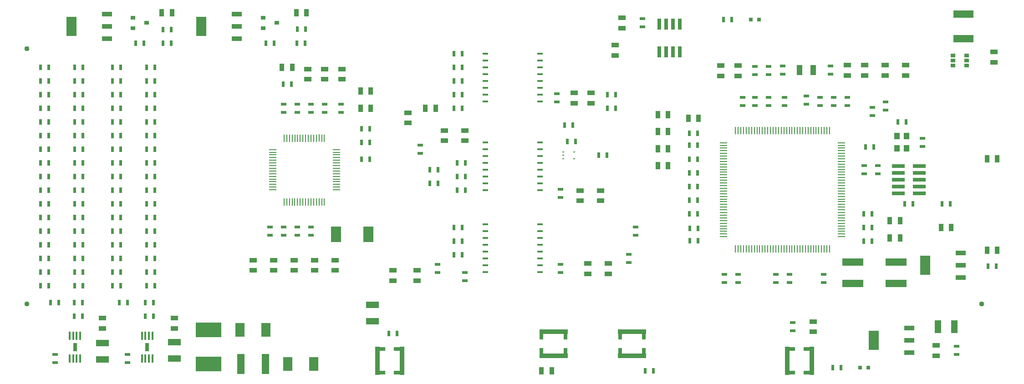
<source format=gtp>
G04 (created by PCBNEW-RS274X (2012-apr-16-27)-stable) date Sat 09 Nov 2013 04:14:01 PM CET*
G01*
G70*
G90*
%MOIN*%
G04 Gerber Fmt 3.4, Leading zero omitted, Abs format*
%FSLAX34Y34*%
G04 APERTURE LIST*
%ADD10C,0.008000*%
%ADD11R,0.041300X0.049200*%
%ADD12R,0.206700X0.035400*%
%ADD13R,0.031500X0.076700*%
%ADD14R,0.043000X0.023000*%
%ADD15R,0.023000X0.043000*%
%ADD16R,0.053000X0.033000*%
%ADD17R,0.035400X0.206700*%
%ADD18R,0.076700X0.031500*%
%ADD19R,0.068900X0.104300*%
%ADD20R,0.037400X0.025600*%
%ADD21R,0.033000X0.053000*%
%ADD22R,0.078000X0.142000*%
%ADD23R,0.078000X0.038000*%
%ADD24R,0.029400X0.029400*%
%ADD25R,0.018000X0.010000*%
%ADD26R,0.048000X0.098000*%
%ADD27R,0.013700X0.061000*%
%ADD28R,0.029500X0.059800*%
%ADD29R,0.098000X0.048000*%
%ADD30R,0.043000X0.018000*%
%ADD31R,0.092500X0.027900*%
%ADD32R,0.155500X0.058000*%
%ADD33R,0.188000X0.108000*%
%ADD34R,0.053000X0.148000*%
%ADD35R,0.041300X0.072800*%
%ADD36R,0.148000X0.053000*%
%ADD37R,0.058000X0.008000*%
%ADD38R,0.008000X0.058000*%
%ADD39R,0.076700X0.116100*%
%ADD40R,0.058000X0.007800*%
%ADD41O,0.058000X0.007800*%
%ADD42O,0.007800X0.058000*%
%ADD43C,0.037400*%
%ADD44R,0.025600X0.084600*%
G04 APERTURE END LIST*
G54D10*
G54D11*
X83104Y-29953D03*
X83104Y-29047D03*
X82396Y-29047D03*
X82396Y-29953D03*
G54D12*
X63000Y-43354D03*
X63000Y-45146D03*
G54D13*
X62124Y-43561D03*
X63876Y-43561D03*
X62124Y-44939D03*
X63876Y-44939D03*
G54D14*
X77018Y-39167D03*
X77018Y-39767D03*
X69768Y-39167D03*
X69768Y-39767D03*
X70768Y-39167D03*
X70768Y-39767D03*
G54D15*
X67800Y-30750D03*
X67200Y-30750D03*
X67800Y-32750D03*
X67200Y-32750D03*
X67800Y-31750D03*
X67200Y-31750D03*
X67800Y-33750D03*
X67200Y-33750D03*
X67800Y-34750D03*
X67200Y-34750D03*
X60550Y-30450D03*
X61150Y-30450D03*
X58050Y-28250D03*
X58650Y-28250D03*
X50200Y-31000D03*
X50800Y-31000D03*
X48200Y-31500D03*
X48800Y-31500D03*
X48200Y-32500D03*
X48800Y-32500D03*
X50200Y-32000D03*
X50800Y-32000D03*
X49950Y-37750D03*
X50550Y-37750D03*
X49950Y-36750D03*
X50550Y-36750D03*
X49950Y-24000D03*
X50550Y-24000D03*
X49950Y-25000D03*
X50550Y-25000D03*
X43200Y-30750D03*
X43800Y-30750D03*
X43200Y-29500D03*
X43800Y-29500D03*
G54D14*
X74750Y-43300D03*
X74750Y-42700D03*
G54D16*
X76250Y-43375D03*
X76250Y-42625D03*
G54D17*
X76146Y-45500D03*
X74354Y-45500D03*
G54D18*
X75939Y-44624D03*
X75939Y-46376D03*
X74561Y-44624D03*
X74561Y-46376D03*
G54D14*
X63750Y-20450D03*
X63750Y-21050D03*
G54D16*
X61750Y-23125D03*
X61750Y-22375D03*
X62250Y-20375D03*
X62250Y-21125D03*
G54D19*
X36195Y-43250D03*
X34305Y-43250D03*
X39695Y-45750D03*
X37805Y-45750D03*
G54D16*
X89500Y-23625D03*
X89500Y-22875D03*
G54D20*
X37000Y-20750D03*
X36000Y-21125D03*
X36000Y-20375D03*
G54D15*
X38450Y-22250D03*
X39050Y-22250D03*
X39100Y-21200D03*
X38500Y-21200D03*
X36800Y-22250D03*
X36200Y-22250D03*
G54D21*
X38425Y-20000D03*
X39175Y-20000D03*
G54D22*
X31450Y-21000D03*
G54D23*
X34050Y-21000D03*
X34050Y-20100D03*
X34050Y-21900D03*
G54D22*
X21950Y-21000D03*
G54D23*
X24550Y-21000D03*
X24550Y-20100D03*
X24550Y-21900D03*
G54D21*
X28575Y-20000D03*
X29325Y-20000D03*
G54D15*
X27250Y-22250D03*
X26650Y-22250D03*
X29250Y-21250D03*
X28650Y-21250D03*
X28650Y-22250D03*
X29250Y-22250D03*
G54D20*
X27450Y-20750D03*
X26450Y-21125D03*
X26450Y-20375D03*
G54D14*
X73000Y-24550D03*
X73000Y-23950D03*
G54D20*
X87500Y-23125D03*
X87500Y-23500D03*
X87500Y-23875D03*
X86500Y-23875D03*
X86500Y-23500D03*
X86500Y-23125D03*
G54D15*
X70300Y-20500D03*
X69700Y-20500D03*
G54D24*
X72295Y-20500D03*
X71705Y-20500D03*
G54D15*
X58850Y-29450D03*
X58250Y-29450D03*
G54D25*
X57950Y-30200D03*
X57950Y-30700D03*
X58750Y-30200D03*
X57950Y-30450D03*
X58750Y-30700D03*
G54D26*
X85400Y-43000D03*
X86600Y-43000D03*
G54D16*
X85250Y-44375D03*
X85250Y-45125D03*
G54D22*
X80700Y-44000D03*
G54D23*
X83300Y-44000D03*
X83300Y-43100D03*
X83300Y-44900D03*
G54D15*
X43200Y-28500D03*
X43800Y-28500D03*
G54D21*
X43875Y-27000D03*
X43125Y-27000D03*
G54D14*
X41700Y-27300D03*
X41700Y-26700D03*
G54D21*
X43875Y-25750D03*
X43125Y-25750D03*
G54D27*
X27884Y-43673D03*
X27628Y-43673D03*
X27372Y-43673D03*
X27116Y-43673D03*
X27116Y-45327D03*
X27372Y-45327D03*
X27628Y-45327D03*
X27884Y-45327D03*
G54D28*
X27500Y-44500D03*
G54D15*
X27950Y-41250D03*
X27350Y-41250D03*
G54D16*
X29500Y-42375D03*
X29500Y-43125D03*
G54D29*
X29500Y-45350D03*
X29500Y-44150D03*
G54D14*
X26050Y-45650D03*
X26050Y-45050D03*
G54D15*
X27950Y-42250D03*
X27350Y-42250D03*
X26050Y-41250D03*
X25450Y-41250D03*
X21013Y-41250D03*
X20413Y-41250D03*
X22763Y-42250D03*
X22163Y-42250D03*
G54D14*
X20750Y-45650D03*
X20750Y-45050D03*
G54D29*
X24213Y-45400D03*
X24213Y-44200D03*
G54D16*
X24213Y-42375D03*
X24213Y-43125D03*
G54D15*
X22763Y-41250D03*
X22163Y-41250D03*
G54D27*
X22597Y-43673D03*
X22341Y-43673D03*
X22085Y-43673D03*
X21829Y-43673D03*
X21829Y-45327D03*
X22085Y-45327D03*
X22341Y-45327D03*
X22597Y-45327D03*
G54D28*
X22213Y-44500D03*
G54D14*
X47500Y-29700D03*
X47500Y-30300D03*
G54D16*
X61250Y-38375D03*
X61250Y-39125D03*
X59750Y-39125D03*
X59750Y-38375D03*
G54D14*
X57750Y-39050D03*
X57750Y-38450D03*
X62750Y-38300D03*
X62750Y-37700D03*
X63250Y-36300D03*
X63250Y-35700D03*
G54D15*
X49950Y-35750D03*
X50550Y-35750D03*
G54D14*
X48750Y-39050D03*
X48750Y-38450D03*
X50750Y-39050D03*
X50750Y-39650D03*
G54D16*
X47250Y-39625D03*
X47250Y-38875D03*
X45500Y-39625D03*
X45500Y-38875D03*
X49250Y-29375D03*
X49250Y-28625D03*
X50750Y-29375D03*
X50750Y-28625D03*
G54D15*
X50800Y-33000D03*
X50200Y-33000D03*
G54D14*
X57750Y-32950D03*
X57750Y-33550D03*
G54D16*
X59200Y-33025D03*
X59200Y-33775D03*
X60700Y-33025D03*
X60700Y-33775D03*
X60000Y-25875D03*
X60000Y-26625D03*
X58750Y-26625D03*
X58750Y-25875D03*
G54D14*
X57500Y-26550D03*
X57500Y-25950D03*
G54D15*
X61200Y-26000D03*
X61800Y-26000D03*
X61200Y-27000D03*
X61800Y-27000D03*
X49950Y-23000D03*
X50550Y-23000D03*
X49950Y-26000D03*
X50550Y-26000D03*
X50550Y-27000D03*
X49950Y-27000D03*
G54D21*
X48625Y-27000D03*
X47875Y-27000D03*
G54D16*
X46600Y-28075D03*
X46600Y-27325D03*
G54D30*
X56250Y-39000D03*
X56250Y-38500D03*
X56250Y-38000D03*
X56250Y-37500D03*
X56250Y-37000D03*
X56250Y-36500D03*
X56250Y-36000D03*
X56250Y-35500D03*
X52250Y-35500D03*
X52250Y-36000D03*
X52250Y-36500D03*
X52250Y-37000D03*
X52250Y-37500D03*
X52250Y-38000D03*
X52250Y-38500D03*
X52250Y-39000D03*
X56250Y-26500D03*
X56250Y-26000D03*
X56250Y-25500D03*
X56250Y-25000D03*
X56250Y-24500D03*
X56250Y-24000D03*
X56250Y-23500D03*
X56250Y-23000D03*
X52250Y-23000D03*
X52250Y-23500D03*
X52250Y-24000D03*
X52250Y-24500D03*
X52250Y-25000D03*
X52250Y-25500D03*
X52250Y-26000D03*
X52250Y-26500D03*
X56250Y-33000D03*
X56250Y-32500D03*
X56250Y-32000D03*
X56250Y-31500D03*
X56250Y-31000D03*
X56250Y-30500D03*
X56250Y-30000D03*
X56250Y-29500D03*
X52250Y-29500D03*
X52250Y-30000D03*
X52250Y-30500D03*
X52250Y-31000D03*
X52250Y-31500D03*
X52250Y-32000D03*
X52250Y-32500D03*
X52250Y-33000D03*
G54D15*
X85700Y-34000D03*
X86300Y-34000D03*
G54D14*
X80000Y-31800D03*
X80000Y-31200D03*
X81000Y-31800D03*
X81000Y-31200D03*
G54D15*
X83550Y-34000D03*
X82950Y-34000D03*
G54D31*
X84018Y-33250D03*
X82482Y-33250D03*
X84018Y-32750D03*
X82482Y-32750D03*
X84018Y-32250D03*
X82482Y-32250D03*
X84018Y-31750D03*
X82482Y-31750D03*
X84018Y-31250D03*
X82482Y-31250D03*
G54D15*
X79950Y-36750D03*
X80550Y-36750D03*
G54D32*
X82325Y-39837D03*
X82325Y-38263D03*
X79175Y-39837D03*
X79175Y-38263D03*
G54D15*
X78300Y-46000D03*
X77700Y-46000D03*
G54D24*
X80295Y-46000D03*
X79705Y-46000D03*
G54D33*
X32000Y-45750D03*
X32000Y-43250D03*
G54D34*
X34350Y-45750D03*
X36150Y-45750D03*
G54D14*
X78750Y-26800D03*
X78750Y-26200D03*
X77750Y-26800D03*
X77750Y-26200D03*
X81550Y-26550D03*
X81550Y-27150D03*
X80600Y-26950D03*
X80600Y-27550D03*
G54D35*
X76260Y-24217D03*
X75276Y-24217D03*
G54D14*
X77518Y-24517D03*
X77518Y-23917D03*
X74018Y-24517D03*
X74018Y-23917D03*
G54D15*
X82450Y-28000D03*
X83050Y-28000D03*
G54D14*
X84250Y-29800D03*
X84250Y-29200D03*
G54D21*
X65643Y-31217D03*
X64893Y-31217D03*
G54D15*
X67800Y-29700D03*
X67200Y-29700D03*
G54D21*
X64893Y-29967D03*
X65643Y-29967D03*
X88995Y-30709D03*
X89745Y-30709D03*
G54D17*
X46146Y-45500D03*
X44354Y-45500D03*
G54D18*
X45939Y-44624D03*
X45939Y-46376D03*
X44561Y-44624D03*
X44561Y-46376D03*
G54D12*
X57250Y-45146D03*
X57250Y-43354D03*
G54D13*
X58126Y-44939D03*
X56374Y-44939D03*
X58126Y-43561D03*
X56374Y-43561D03*
G54D21*
X57125Y-46250D03*
X56375Y-46250D03*
G54D29*
X44000Y-42600D03*
X44000Y-41400D03*
G54D15*
X45200Y-43500D03*
X45800Y-43500D03*
X63950Y-46250D03*
X64550Y-46250D03*
G54D36*
X87250Y-20100D03*
X87250Y-21900D03*
G54D16*
X80018Y-24592D03*
X80018Y-23842D03*
G54D21*
X81875Y-35250D03*
X82625Y-35250D03*
G54D15*
X80100Y-29850D03*
X80700Y-29850D03*
G54D21*
X82625Y-36500D03*
X81875Y-36500D03*
G54D14*
X75750Y-26700D03*
X75750Y-26100D03*
X73518Y-39167D03*
X73518Y-39767D03*
X73000Y-26800D03*
X73000Y-26200D03*
G54D15*
X67818Y-35817D03*
X67218Y-35817D03*
G54D14*
X72000Y-26800D03*
X72000Y-26200D03*
G54D21*
X67875Y-27750D03*
X67125Y-27750D03*
G54D15*
X79950Y-35750D03*
X80550Y-35750D03*
G54D21*
X64893Y-27467D03*
X65643Y-27467D03*
G54D15*
X67800Y-28850D03*
X67200Y-28850D03*
G54D21*
X65643Y-28717D03*
X64893Y-28717D03*
G54D16*
X81518Y-24592D03*
X81518Y-23842D03*
G54D14*
X76750Y-26800D03*
X76750Y-26200D03*
G54D16*
X83018Y-23842D03*
X83018Y-24592D03*
X78768Y-23842D03*
X78768Y-24592D03*
X69500Y-23875D03*
X69500Y-24625D03*
G54D14*
X71100Y-26800D03*
X71100Y-26200D03*
X74518Y-39167D03*
X74518Y-39767D03*
G54D15*
X79950Y-34750D03*
X80550Y-34750D03*
G54D14*
X74150Y-26800D03*
X74150Y-26200D03*
G54D15*
X67818Y-36717D03*
X67218Y-36717D03*
G54D14*
X72000Y-24550D03*
X72000Y-23950D03*
G54D16*
X70750Y-24625D03*
X70750Y-23875D03*
G54D37*
X78343Y-36412D03*
X78343Y-36212D03*
X78343Y-36017D03*
X78343Y-35822D03*
X78343Y-35622D03*
X78343Y-35427D03*
X78343Y-35232D03*
X78343Y-35032D03*
X78343Y-34837D03*
X78343Y-34642D03*
X78343Y-34442D03*
X78343Y-34247D03*
X78343Y-34052D03*
X78343Y-33852D03*
X78343Y-33657D03*
X78343Y-33462D03*
X78343Y-33262D03*
X78343Y-33067D03*
X78343Y-32867D03*
X78343Y-32672D03*
X78343Y-32472D03*
X78343Y-32277D03*
X78343Y-32082D03*
X78343Y-31882D03*
X78343Y-31687D03*
X78343Y-31492D03*
X78343Y-31292D03*
X78343Y-31097D03*
X78343Y-30902D03*
X78343Y-30702D03*
X78343Y-30507D03*
X78343Y-30312D03*
X78343Y-30112D03*
X78343Y-29917D03*
X78343Y-29722D03*
X78343Y-29522D03*
G54D38*
X71753Y-28642D03*
X71558Y-28642D03*
X71363Y-28642D03*
X71163Y-28642D03*
X70968Y-28642D03*
X70773Y-28642D03*
X70573Y-28642D03*
X71558Y-37292D03*
X71753Y-37292D03*
X71953Y-37292D03*
X72148Y-37292D03*
X72343Y-37292D03*
X72543Y-37292D03*
X72738Y-37292D03*
X72933Y-37292D03*
X73133Y-37292D03*
X73328Y-37292D03*
X73523Y-37292D03*
X73723Y-37292D03*
X73918Y-37292D03*
X74118Y-37292D03*
X74313Y-37292D03*
X74513Y-37292D03*
X74708Y-37292D03*
X74903Y-37292D03*
X75103Y-37292D03*
X75298Y-37292D03*
X75493Y-37292D03*
X75693Y-37292D03*
X75888Y-37292D03*
X76083Y-37292D03*
X76283Y-37292D03*
X76478Y-37292D03*
X76673Y-37292D03*
X76873Y-37292D03*
X77068Y-37292D03*
X77263Y-37292D03*
X77463Y-37292D03*
X77463Y-28642D03*
X77263Y-28642D03*
X77068Y-28642D03*
X76873Y-28642D03*
X76673Y-28642D03*
X76478Y-28642D03*
X76283Y-28642D03*
X76083Y-28642D03*
X75888Y-28642D03*
X75693Y-28642D03*
X75493Y-28642D03*
X75298Y-28642D03*
X75103Y-28642D03*
X74903Y-28642D03*
X74708Y-28642D03*
X74513Y-28642D03*
X74313Y-28642D03*
X74118Y-28642D03*
X73918Y-28642D03*
X73723Y-28642D03*
X73523Y-28642D03*
X73328Y-28642D03*
X73133Y-28642D03*
X72933Y-28642D03*
X72738Y-28642D03*
X72543Y-28642D03*
X72343Y-28642D03*
X72148Y-28642D03*
X71953Y-28642D03*
G54D37*
X69693Y-30507D03*
X69693Y-30702D03*
X69693Y-30902D03*
X69693Y-31097D03*
X69693Y-31292D03*
X69693Y-31492D03*
X69693Y-31687D03*
X69693Y-31882D03*
X69693Y-32082D03*
X69693Y-32277D03*
X69693Y-32472D03*
X69693Y-32672D03*
X69693Y-32867D03*
X69693Y-33067D03*
X69693Y-33262D03*
X69693Y-33462D03*
X69693Y-33657D03*
X69693Y-33852D03*
X69693Y-34052D03*
X69693Y-34247D03*
X69693Y-34442D03*
X69693Y-34642D03*
X69693Y-34837D03*
X69693Y-35032D03*
X69693Y-35232D03*
X69693Y-35427D03*
X69693Y-35622D03*
X69693Y-35822D03*
X69693Y-36017D03*
X69693Y-36212D03*
X69693Y-36412D03*
X69693Y-29522D03*
X69693Y-29722D03*
X69693Y-29917D03*
X69693Y-30112D03*
X69693Y-30312D03*
G54D38*
X70573Y-37292D03*
X70773Y-37292D03*
X70968Y-37292D03*
X71163Y-37292D03*
X71363Y-37292D03*
G54D16*
X35250Y-38125D03*
X35250Y-38875D03*
X40500Y-24875D03*
X40500Y-24125D03*
G54D14*
X40500Y-27300D03*
X40500Y-26700D03*
G54D16*
X41750Y-24875D03*
X41750Y-24125D03*
G54D15*
X37450Y-25250D03*
X38050Y-25250D03*
G54D21*
X37375Y-24000D03*
X38125Y-24000D03*
G54D16*
X39750Y-38125D03*
X39750Y-38875D03*
G54D14*
X39500Y-26700D03*
X39500Y-27300D03*
G54D16*
X39250Y-24125D03*
X39250Y-24875D03*
X41250Y-38125D03*
X41250Y-38875D03*
G54D39*
X41319Y-36250D03*
X43681Y-36250D03*
G54D16*
X38250Y-38875D03*
X38250Y-38125D03*
G54D14*
X39500Y-36300D03*
X39500Y-35700D03*
X38500Y-35700D03*
X38500Y-36300D03*
X36500Y-35700D03*
X36500Y-36300D03*
X37500Y-35700D03*
X37500Y-36300D03*
X38500Y-27300D03*
X38500Y-26700D03*
G54D16*
X36750Y-38125D03*
X36750Y-38875D03*
G54D14*
X37500Y-27300D03*
X37500Y-26700D03*
G54D15*
X27450Y-35000D03*
X28050Y-35000D03*
X22200Y-35000D03*
X22800Y-35000D03*
X24950Y-35000D03*
X25550Y-35000D03*
X19700Y-35000D03*
X20300Y-35000D03*
X19700Y-34000D03*
X20300Y-34000D03*
X24950Y-34000D03*
X25550Y-34000D03*
X22200Y-34000D03*
X22800Y-34000D03*
X27450Y-34000D03*
X28050Y-34000D03*
X27450Y-32000D03*
X28050Y-32000D03*
X22200Y-32000D03*
X22800Y-32000D03*
X24950Y-32000D03*
X25550Y-32000D03*
X19700Y-32000D03*
X20300Y-32000D03*
X19700Y-33000D03*
X20300Y-33000D03*
X24950Y-33000D03*
X25550Y-33000D03*
X22200Y-33000D03*
X22800Y-33000D03*
X27450Y-33000D03*
X28050Y-33000D03*
X27450Y-37000D03*
X28050Y-37000D03*
X22200Y-37000D03*
X22800Y-37000D03*
X24950Y-37000D03*
X25550Y-37000D03*
X19700Y-37000D03*
X20300Y-37000D03*
X19700Y-36000D03*
X20300Y-36000D03*
X24950Y-36000D03*
X25550Y-36000D03*
X22200Y-36000D03*
X22800Y-36000D03*
X27450Y-36000D03*
X28050Y-36000D03*
X27450Y-38000D03*
X28050Y-38000D03*
X22200Y-38000D03*
X22800Y-38000D03*
X24950Y-38000D03*
X25550Y-38000D03*
X19700Y-38000D03*
X20300Y-38000D03*
X19700Y-39000D03*
X20300Y-39000D03*
X24950Y-39000D03*
X25550Y-39000D03*
X22200Y-39000D03*
X22800Y-39000D03*
X27450Y-39000D03*
X28050Y-39000D03*
X27450Y-31000D03*
X28050Y-31000D03*
X22200Y-31000D03*
X22800Y-31000D03*
X24950Y-31000D03*
X25550Y-31000D03*
X19700Y-31000D03*
X20300Y-31000D03*
X19700Y-30000D03*
X20300Y-30000D03*
X24950Y-30000D03*
X25550Y-30000D03*
X22200Y-30000D03*
X22800Y-30000D03*
X27450Y-30000D03*
X28050Y-30000D03*
X27450Y-28000D03*
X28050Y-28000D03*
X22200Y-28000D03*
X22800Y-28000D03*
X24950Y-28000D03*
X25550Y-28000D03*
X19700Y-28000D03*
X20300Y-28000D03*
X19700Y-29000D03*
X20300Y-29000D03*
X24950Y-29000D03*
X25550Y-29000D03*
X22200Y-29000D03*
X22800Y-29000D03*
X27450Y-29000D03*
X28050Y-29000D03*
X27450Y-25000D03*
X28050Y-25000D03*
X22200Y-25000D03*
X22800Y-25000D03*
X24950Y-25000D03*
X25550Y-25000D03*
X19700Y-25000D03*
X20300Y-25000D03*
X19700Y-24000D03*
X20300Y-24000D03*
X24950Y-24000D03*
X25550Y-24000D03*
X22200Y-24000D03*
X22800Y-24000D03*
X27450Y-24000D03*
X28050Y-24000D03*
X27450Y-26000D03*
X28050Y-26000D03*
X22200Y-26000D03*
X22800Y-26000D03*
X24950Y-26000D03*
X25550Y-26000D03*
X19700Y-26000D03*
X20300Y-26000D03*
X19700Y-27000D03*
X20300Y-27000D03*
X24950Y-27000D03*
X25550Y-27000D03*
X22200Y-27000D03*
X22800Y-27000D03*
X27450Y-27000D03*
X28050Y-27000D03*
G54D40*
X36689Y-30024D03*
G54D41*
X36689Y-30221D03*
X36689Y-30418D03*
X36689Y-30615D03*
X36689Y-30812D03*
X36689Y-31008D03*
X36689Y-31205D03*
X36689Y-31402D03*
X36689Y-31599D03*
X36689Y-31796D03*
X36689Y-31993D03*
X36689Y-32189D03*
X36689Y-32386D03*
X36689Y-32583D03*
X36689Y-32780D03*
X36689Y-32977D03*
G54D42*
X37524Y-33875D03*
X37721Y-33875D03*
X37918Y-33875D03*
X38115Y-33875D03*
X38312Y-33875D03*
X38508Y-33875D03*
X38705Y-33875D03*
X38902Y-33875D03*
X39099Y-33875D03*
X39296Y-33875D03*
X39493Y-33875D03*
X39689Y-33875D03*
X39886Y-33875D03*
X40083Y-33875D03*
X40280Y-33875D03*
X40477Y-33875D03*
G54D41*
X41375Y-32977D03*
X41375Y-32780D03*
X41375Y-32583D03*
X41375Y-32386D03*
X41375Y-32189D03*
X41375Y-31993D03*
X41375Y-31796D03*
X41375Y-31599D03*
X41375Y-31402D03*
X41375Y-31205D03*
X41375Y-31008D03*
X41375Y-30812D03*
X41375Y-30615D03*
X41375Y-30418D03*
X41375Y-30221D03*
X41375Y-30024D03*
G54D42*
X40477Y-29189D03*
X40280Y-29189D03*
X39886Y-29189D03*
X40083Y-29182D03*
X39689Y-29189D03*
X39493Y-29189D03*
X39296Y-29189D03*
X39099Y-29189D03*
X38902Y-29189D03*
X38705Y-29189D03*
X38511Y-29189D03*
X38314Y-29189D03*
X38117Y-29189D03*
X37920Y-29189D03*
X37724Y-29189D03*
X37527Y-29189D03*
G54D22*
X84450Y-38500D03*
G54D23*
X87050Y-38500D03*
X87050Y-37600D03*
X87050Y-39400D03*
G54D21*
X88995Y-37402D03*
X89745Y-37402D03*
X86375Y-35750D03*
X85625Y-35750D03*
G54D15*
X89070Y-38583D03*
X89670Y-38583D03*
G54D14*
X86750Y-44450D03*
X86750Y-45050D03*
G54D15*
X22200Y-40000D03*
X22800Y-40000D03*
X27450Y-40000D03*
X28050Y-40000D03*
X19700Y-40000D03*
X20300Y-40000D03*
X24950Y-40000D03*
X25550Y-40000D03*
G54D43*
X88583Y-41339D03*
X18701Y-41339D03*
X18701Y-22638D03*
G54D44*
X65000Y-22874D03*
X65500Y-22874D03*
X66000Y-22874D03*
X66500Y-22874D03*
X66500Y-20826D03*
X66000Y-20826D03*
X65500Y-20826D03*
X65000Y-20826D03*
M02*

</source>
